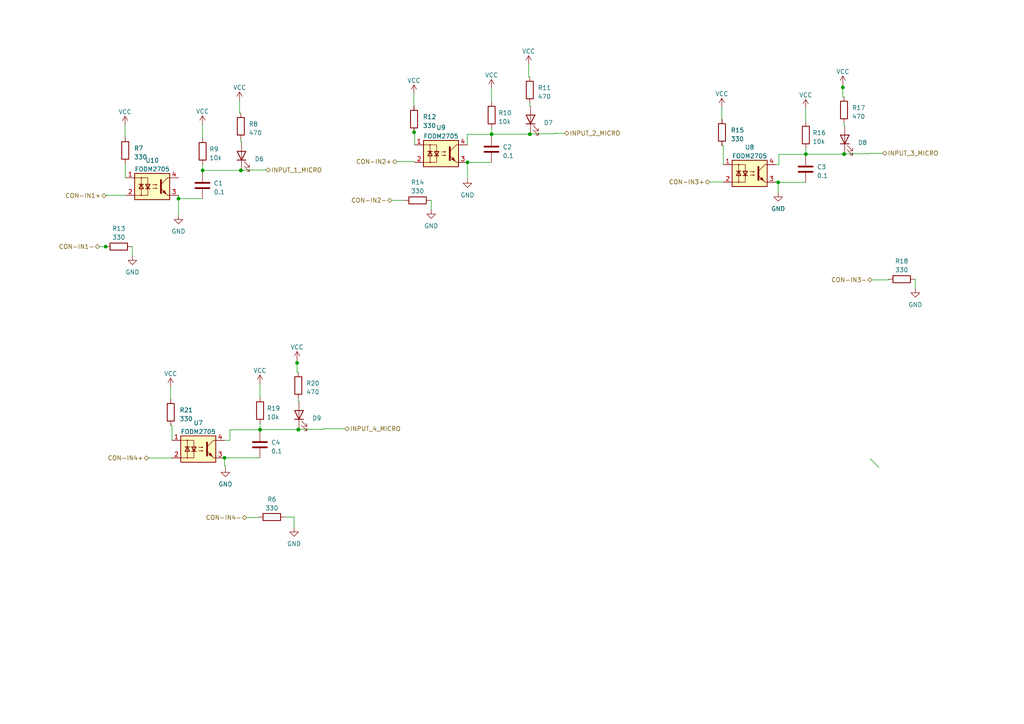
<source format=kicad_sch>
(kicad_sch (version 20230121) (generator eeschema)
  (paper "A4")
  (lib_symbols
    (symbol "Device:C" (pin_numbers hide) (pin_names (offset 0.254))
      (property "Reference" "C" (at 0.635 2.54 0))
      (property "Value" "C" (at 0.635 -2.54 0))
      (symbol "C_0_1"
        (polyline (pts (xy -2.032 -0.762) (xy 2.032 -0.762)) (stroke (width 0.508)))
        (polyline (pts (xy -2.032 0.762) (xy 2.032 0.762)) (stroke (width 0.508)))
      )
      (symbol "C_1_1"
        (pin passive line (at 0 3.81 270) (length 2.794) (name "~") (number "1"))
        (pin passive line (at 0 -3.81 90) (length 2.794) (name "~") (number "2"))
      )
    )
    (symbol "Device:LED" (pin_numbers hide) (pin_names (offset 1.016) hide)
      (property "Reference" "D" (at 0 2.54 0))
      (property "Value" "LED" (at 0 -2.54 0))
      (symbol "LED_0_1"
        (polyline (pts (xy -1.27 -1.27) (xy -1.27 1.27)) (stroke (width 0.254)))
        (polyline (pts (xy -1.27 0) (xy 1.27 0)))
        (polyline (pts (xy 1.27 -1.27) (xy 1.27 1.27) (xy -1.27 0) (xy 1.27 -1.27)) (stroke (width 0.254)))
        (polyline (pts (xy -3.048 -0.762) (xy -4.572 -2.286) (xy -3.81 -2.286) (xy -4.572 -2.286) (xy -4.572 -1.524)))
        (polyline (pts (xy -1.778 -0.762) (xy -3.302 -2.286) (xy -2.54 -2.286) (xy -3.302 -2.286) (xy -3.302 -1.524)))
      )
      (symbol "LED_1_1"
        (pin passive line (at -3.81 0 0) (length 2.54) (name "K") (number "1"))
        (pin passive line (at 3.81 0 180) (length 2.54) (name "A") (number "2"))
      )
    )
    (symbol "Device:R" (pin_numbers hide) (pin_names (offset 0))
      (property "Reference" "R" (at 2.032 0 90))
      (property "Value" "R" (at 0 0 90))
      (symbol "R_0_1"
        (rectangle (start -1.016 -2.54) (end 1.016 2.54) (stroke (width 0.254)))
      )
      (symbol "R_1_1"
        (pin passive line (at 0 3.81 270) (length 1.27) (name "~") (number "1"))
        (pin passive line (at 0 -3.81 90) (length 1.27) (name "~") (number "2"))
      )
    )
    (symbol "nuevos simvolos:FODM2705"
      (property "Reference" "U" (at 0 0 0))
      (property "Value" "FODM2705" (at 0 -1.8288 0))
      (symbol "FODM2705_0_1"
        (rectangle (start -5.1308 8.9408) (end 5.0292 1.3208) (stroke (width 0.254)) (fill (type background)))
        (circle (center -3.2258 2.5908) (radius 0.127))
        (circle (center -3.2258 7.6708) (radius 0.127))
        (polyline (pts (xy -3.8608 5.7658) (xy -2.5908 5.7658)) (stroke (width 0.254)))
        (polyline (pts (xy -3.2258 4.4958) (xy -3.2258 2.5908)))
        (polyline (pts (xy -3.2258 4.4958) (xy -3.2258 7.6708)))
        (polyline (pts (xy -1.9558 4.4958) (xy -0.6858 4.4958)) (stroke (width 0.254)))
        (polyline (pts (xy 2.4892 5.7658) (xy 4.3942 7.6708)))
        (polyline (pts (xy 4.3942 2.5908) (xy 2.4892 4.4958)) (fill (type outline)))
        (polyline (pts (xy 4.3942 2.5908) (xy 5.0292 2.5908)))
        (polyline (pts (xy 4.3942 7.6708) (xy 5.0292 7.6708)))
        (polyline (pts (xy -5.1308 7.6708) (xy -1.3208 7.6708) (xy -1.3208 4.4958)))
        (polyline (pts (xy -1.3208 4.4958) (xy -1.3208 2.5908) (xy -5.1308 2.5908)))
        (polyline (pts (xy 2.4892 7.0358) (xy 2.4892 3.2258) (xy 2.4892 3.2258)) (stroke (width 0.508)))
        (polyline (pts (xy -3.2258 5.7658) (xy -3.8608 4.4958) (xy -2.5908 4.4958) (xy -3.2258 5.7658)) (stroke (width 0.254)))
        (polyline (pts (xy -1.3208 4.4958) (xy -1.9558 5.7658) (xy -0.6858 5.7658) (xy -1.3208 4.4958)) (stroke (width 0.254)))
        (polyline (pts (xy 0.0762 4.6228) (xy 1.3462 4.6228) (xy 0.9652 4.4958) (xy 0.9652 4.7498) (xy 1.3462 4.6228)))
        (polyline (pts (xy 0.0762 5.6388) (xy 1.3462 5.6388) (xy 0.9652 5.5118) (xy 0.9652 5.7658) (xy 1.3462 5.6388)))
        (polyline (pts (xy 2.9972 3.4798) (xy 3.5052 3.9878) (xy 4.0132 2.9718) (xy 2.9972 3.4798) (xy 2.9972 3.4798)) (fill (type outline)))
      )
      (symbol "FODM2705_1_1"
        (pin passive line (at -7.6708 7.6708 0) (length 2.54) (name "~") (number "1"))
        (pin passive line (at -7.6708 2.5908 0) (length 2.54) (name "~") (number "2"))
        (pin passive line (at 7.5692 2.5908 180) (length 2.54) (name "~") (number "3"))
        (pin passive line (at 7.5692 7.6708 180) (length 2.54) (name "~") (number "4"))
      )
    )
    (symbol "power:GND" (power) (pin_names (offset 0))
      (property "Value" "GND" (at 0 -3.81 0))
      (symbol "GND_0_1"
        (polyline (pts (xy 0 0) (xy 0 -1.27) (xy 1.27 -1.27) (xy 0 -2.54) (xy -1.27 -1.27) (xy 0 -1.27)))
      )
      (symbol "GND_1_1"
        (pin power_in line (at 0 0 270) (length 0) hide (name "GND") (number "1"))
      )
    )
    (symbol "power:VCC" (power) (pin_names (offset 0))
      (property "Value" "VCC" (at 0 3.81 0))
      (symbol "VCC_0_1"
        (polyline (pts (xy -0.762 1.27) (xy 0 2.54)))
        (polyline (pts (xy 0 0) (xy 0 2.54)))
        (polyline (pts (xy 0 2.54) (xy 0.762 1.27)))
      )
      (symbol "VCC_1_1"
        (pin power_in line (at 0 0 90) (length 0) hide (name "VCC") (number "1"))
      )
    )
  )
  (junction (at 244.4496 25.3492))
  (junction (at 142.5956 38.9128))
  (junction (at 30.6324 71.5264))
  (junction (at 65.1256 132.7912))
  (junction (at 69.9008 49.4284))
  (junction (at 75.438 124.6124))
  (junction (at 86.5632 124.6124))
  (junction (at 86.5124 124.6124))
  (junction (at 58.7756 49.4284))
  (junction (at 69.85 49.4284))
  (junction (at 135.5852 47.0916))
  (junction (at 225.7044 52.8828))
  (junction (at 233.7308 44.704))
  (junction (at 51.7652 57.6072))
  (junction (at 153.7208 38.9128))
  (junction (at 244.8052 44.704))
  (junction (at 86.1568 105.2576))
  (junction (at 120.0912 38.354))
  (junction (at 153.67 38.9128))
  (junction (at 244.856 44.704))
  (bus_entry (at 252.4252 133.0452) (size 2.54 2.54))
  (wire (pts (xy 225.044 47.752) (xy 225.9076 47.752)))
  (wire (pts (xy 86.5632 124.1552) (xy 86.5632 124.6124)))
  (wire (pts (xy 153.67 38.8112) (xy 153.67 38.9128)))
  (wire (pts (xy 69.85 41.1988) (xy 69.85 40.4368)))
  (wire (pts (xy 135.5852 47.0916) (xy 135.5852 51.8668)))
  (wire (pts (xy 142.5956 38.9128) (xy 153.67 38.9128)))
  (wire (pts (xy 70.0532 41.1988) (xy 69.85 41.1988)))
  (wire (pts (xy 233.68 35.3568) (xy 233.7308 35.3568)))
  (wire (pts (xy 161.0868 38.6588) (xy 161.0868 38.7604)))
  (wire (pts (xy 66.7004 127.7112) (xy 66.7004 124.6632)))
  (wire (pts (xy 49.8856 127.7112) (xy 49.8856 123.3932)))
  (wire (pts (xy 209.3468 34.5948) (xy 209.3976 34.5948)))
  (wire (pts (xy 265.4808 80.9752) (xy 265.3284 80.9752)))
  (wire (pts (xy 69.9008 49.4284) (xy 69.85 49.4284)))
  (wire (pts (xy 135.5852 47.0408) (xy 135.5852 47.0916)))
  (wire (pts (xy 65.1256 135.128) (xy 65.3796 135.128)))
  (wire (pts (xy 120.2944 38.2524) (xy 120.2944 38.3032)))
  (wire (pts (xy 142.5448 39.4716) (xy 142.5956 39.4716)))
  (wire (pts (xy 66.7004 124.6632) (xy 75.4888 124.6632)))
  (wire (pts (xy 252.9332 81.1784) (xy 257.7084 81.1784)))
  (wire (pts (xy 75.438 124.6124) (xy 75.438 125.1712)))
  (wire (pts (xy 153.8732 30.6832) (xy 153.67 30.6832)))
  (wire (pts (xy 49.4792 112.2172) (xy 49.4792 115.7732)))
  (wire (pts (xy 36.2712 39.8272) (xy 36.322 39.8272)))
  (wire (pts (xy 65.1256 132.7912) (xy 65.1256 135.128)))
  (wire (pts (xy 93.9292 124.3584) (xy 100.0252 124.3584)))
  (wire (pts (xy 70.1548 49.4284) (xy 69.9008 49.4284)))
  (wire (pts (xy 233.7308 42.9768) (xy 233.7308 44.704)))
  (wire (pts (xy 153.8732 38.4556) (xy 153.7208 38.4556)))
  (wire (pts (xy 86.1568 108.0008) (xy 86.5124 108.0008)))
  (wire (pts (xy 153.67 30.6832) (xy 153.67 29.9212)))
  (wire (pts (xy 75.3872 125.1712) (xy 75.438 125.1712)))
  (wire (pts (xy 58.7756 49.4284) (xy 58.7756 49.9872)))
  (wire (pts (xy 265.4808 83.6676) (xy 265.4808 80.9752)))
  (wire (pts (xy 135.5344 42.0116) (xy 135.5344 38.9636)))
  (wire (pts (xy 225.7044 52.8828) (xy 225.7044 52.832)))
  (wire (pts (xy 69.85 49.3268) (xy 77.1652 49.3268)))
  (wire (pts (xy 51.7652 57.6072) (xy 58.7248 57.6072)))
  (wire (pts (xy 209.804 42.2148) (xy 209.3976 42.2148)))
  (wire (pts (xy 142.5448 29.5656) (xy 142.5956 29.5656)))
  (wire (pts (xy 93.9292 124.46) (xy 93.6244 124.46)))
  (wire (pts (xy 244.4496 24.5872) (xy 244.4496 25.3492)))
  (wire (pts (xy 245.0084 36.4744) (xy 245.0084 36.6268)))
  (wire (pts (xy 65.1256 127.7112) (xy 66.7004 127.7112)))
  (wire (pts (xy 233.7308 44.704) (xy 244.8052 44.704)))
  (wire (pts (xy 233.68 31.3944) (xy 233.68 35.3568)))
  (wire (pts (xy 86.1568 105.2576) (xy 86.2584 105.2576)))
  (wire (pts (xy 205.8416 52.7812) (xy 209.804 52.7812)))
  (wire (pts (xy 163.7284 38.6588) (xy 161.0868 38.6588)))
  (wire (pts (xy 69.4944 32.8168) (xy 69.85 32.8168)))
  (wire (pts (xy 252.222 44.45) (xy 255.9812 44.45)))
  (wire (pts (xy 252.222 44.45) (xy 252.222 44.5516)))
  (wire (pts (xy 225.7044 52.832) (xy 225.044 52.832)))
  (wire (pts (xy 36.322 51.562) (xy 36.5252 51.562)))
  (wire (pts (xy 153.3144 22.3012) (xy 153.67 22.3012)))
  (wire (pts (xy 244.8052 44.6024) (xy 244.8052 44.704)))
  (wire (pts (xy 225.9076 44.7548) (xy 233.7816 44.7548)))
  (wire (pts (xy 93.9292 124.3584) (xy 93.9292 124.46)))
  (wire (pts (xy 30.7848 56.642) (xy 30.7848 56.6928)))
  (wire (pts (xy 38.4048 74.2188) (xy 38.4048 71.5264)))
  (wire (pts (xy 65.1256 132.7912) (xy 75.3872 132.7912)))
  (wire (pts (xy 69.85 49.3268) (xy 69.85 49.4284)))
  (wire (pts (xy 51.7652 57.6072) (xy 51.7652 62.3824)))
  (wire (pts (xy 86.7156 116.3828) (xy 86.7156 116.5352)))
  (wire (pts (xy 120.2944 46.8884) (xy 120.2944 47.0916)))
  (wire (pts (xy 244.8052 44.6024) (xy 252.1204 44.6024)))
  (wire (pts (xy 120.0404 30.734) (xy 120.0912 30.734)))
  (wire (pts (xy 115.1128 46.8884) (xy 120.2944 46.8884)))
  (wire (pts (xy 75.438 122.8852) (xy 75.438 124.6124)))
  (wire (pts (xy 252.222 44.5516) (xy 251.9172 44.5516)))
  (wire (pts (xy 244.4496 25.3492) (xy 244.4496 28.0924)))
  (wire (pts (xy 225.7044 55.8292) (xy 225.7044 52.8828)))
  (wire (pts (xy 233.68 45.2628) (xy 233.7308 45.2628)))
  (wire (pts (xy 70.0532 48.9712) (xy 69.9008 48.9712)))
  (wire (pts (xy 30.6324 71.5264) (xy 30.6832 71.5264)))
  (wire (pts (xy 244.4496 25.3492) (xy 244.5512 25.3492)))
  (wire (pts (xy 153.9748 38.9128) (xy 153.7208 38.9128)))
  (wire (pts (xy 36.2712 36.2712) (xy 36.2712 39.8272)))
  (wire (pts (xy 86.7156 124.1552) (xy 86.5632 124.1552)))
  (wire (pts (xy 58.7756 49.4284) (xy 69.85 49.4284)))
  (wire (pts (xy 86.5124 124.5108) (xy 86.5124 124.6124)))
  (wire (pts (xy 244.856 44.704) (xy 244.8052 44.704)))
  (wire (pts (xy 49.8856 123.3932) (xy 49.53 123.3932)))
  (wire (pts (xy 233.7308 44.704) (xy 233.7308 45.2628)))
  (wire (pts (xy 86.5124 116.3828) (xy 86.5124 115.6208)))
  (wire (pts (xy 153.3144 18.6944) (xy 153.3144 22.3012)))
  (wire (pts (xy 49.4792 115.7732) (xy 49.53 115.7732)))
  (wire (pts (xy 125.0696 58.1152) (xy 124.9172 58.1152)))
  (wire (pts (xy 120.2944 42.0116) (xy 120.2944 38.354)))
  (wire (pts (xy 153.7208 38.9128) (xy 153.67 38.9128)))
  (wire (pts (xy 86.1568 105.2576) (xy 86.1568 108.0008)))
  (wire (pts (xy 125.0696 60.8076) (xy 125.0696 58.1152)))
  (wire (pts (xy 86.8172 124.6124) (xy 86.5632 124.6124)))
  (wire (pts (xy 86.5632 124.6124) (xy 86.5124 124.6124)))
  (wire (pts (xy 65.0748 132.7912) (xy 65.1256 132.7912)))
  (wire (pts (xy 120.0912 38.3032) (xy 120.0912 38.354)))
  (wire (pts (xy 51.7652 56.642) (xy 51.7652 57.6072)))
  (wire (pts (xy 71.5264 150.114) (xy 75.0316 150.114)))
  (wire (pts (xy 69.4944 29.21) (xy 69.4944 32.8168)))
  (wire (pts (xy 225.7044 52.8828) (xy 233.68 52.8828)))
  (wire (pts (xy 86.7156 116.3828) (xy 86.5124 116.3828)))
  (wire (pts (xy 135.5344 38.9636) (xy 142.6464 38.9636)))
  (wire (pts (xy 58.7248 36.1188) (xy 58.7248 40.0812)))
  (wire (pts (xy 49.8856 132.842) (xy 49.8856 132.7912)))
  (wire (pts (xy 120.2944 38.354) (xy 120.0912 38.354)))
  (wire (pts (xy 245.11 44.704) (xy 244.856 44.704)))
  (wire (pts (xy 86.1568 104.4956) (xy 86.1568 105.2576)))
  (wire (pts (xy 209.3468 31.0388) (xy 209.3468 34.5948)))
  (wire (pts (xy 58.7248 49.9872) (xy 58.7756 49.9872)))
  (wire (pts (xy 69.9008 48.9712) (xy 69.9008 49.4284)))
  (wire (pts (xy 58.7756 47.7012) (xy 58.7756 49.4284)))
  (wire (pts (xy 58.7248 40.0812) (xy 58.7756 40.0812)))
  (wire (pts (xy 86.5124 124.5108) (xy 93.8276 124.5108)))
  (wire (pts (xy 209.804 52.7812) (xy 209.804 52.832)))
  (wire (pts (xy 257.7084 81.1784) (xy 257.7084 80.9752)))
  (wire (pts (xy 245.0084 44.2468) (xy 244.856 44.2468)))
  (wire (pts (xy 209.804 47.752) (xy 209.804 42.2148)))
  (wire (pts (xy 28.9052 71.5264) (xy 30.6324 71.5264)))
  (wire (pts (xy 120.0404 27.178) (xy 120.0404 30.734)))
  (wire (pts (xy 245.0084 36.4744) (xy 244.8052 36.4744)))
  (wire (pts (xy 75.0316 150.114) (xy 75.0316 149.9616)))
  (wire (pts (xy 153.67 38.8112) (xy 160.9852 38.8112)))
  (wire (pts (xy 153.8732 30.6832) (xy 153.8732 30.8356)))
  (wire (pts (xy 65.3796 135.128) (xy 65.3796 135.7376)))
  (wire (pts (xy 142.5956 38.9128) (xy 142.5956 39.4716)))
  (wire (pts (xy 225.9076 47.752) (xy 225.9076 44.7548)))
  (wire (pts (xy 36.322 47.4472) (xy 36.322 51.562)))
  (wire (pts (xy 36.5252 56.642) (xy 30.7848 56.642)))
  (wire (pts (xy 135.5852 47.0916) (xy 142.5448 47.0916)))
  (wire (pts (xy 161.0868 38.7604) (xy 160.782 38.7604)))
  (wire (pts (xy 244.4496 28.0924) (xy 244.8052 28.0924)))
  (wire (pts (xy 75.3872 111.3028) (xy 75.3872 115.2652)))
  (wire (pts (xy 142.5448 25.6032) (xy 142.5448 29.5656)))
  (wire (pts (xy 75.3872 115.2652) (xy 75.438 115.2652)))
  (wire (pts (xy 113.6904 58.1152) (xy 117.2972 58.1152)))
  (wire (pts (xy 75.438 124.6124) (xy 86.5124 124.6124)))
  (wire (pts (xy 244.8052 36.4744) (xy 244.8052 35.7124)))
  (wire (pts (xy 85.2932 149.9616) (xy 85.2932 153.0096)))
  (wire (pts (xy 120.2944 38.3032) (xy 120.0912 38.3032)))
  (wire (pts (xy 142.5956 37.1856) (xy 142.5956 38.9128)))
  (wire (pts (xy 244.856 44.2468) (xy 244.856 44.704)))
  (wire (pts (xy 70.0532 41.1988) (xy 70.0532 41.3512)))
  (wire (pts (xy 82.6516 149.9616) (xy 85.2932 149.9616)))
  (wire (pts (xy 153.7208 38.4556) (xy 153.7208 38.9128)))
  (wire (pts (xy 38.4048 71.5264) (xy 38.2524 71.5264)))
  (wire (pts (xy 43.0784 132.842) (xy 49.8856 132.842)))
  (hierarchical_label "CON-IN3+" (shape bidirectional) (at 205.8416 52.7812 180))
  (hierarchical_label "CON-IN4-" (shape bidirectional) (at 71.5264 150.114 180))
  (hierarchical_label "CON-IN1+" (shape bidirectional) (at 30.7848 56.7436 180))
  (hierarchical_label "CON-IN2-" (shape bidirectional) (at 113.6904 58.1152 180))
  (hierarchical_label "INPUT_4_MICRO" (shape bidirectional) (at 100.0252 124.3584 0))
  (hierarchical_label "CON-IN4+" (shape bidirectional) (at 43.0784 132.842 180))
  (hierarchical_label "CON-IN3-" (shape bidirectional) (at 252.9332 81.1784 180))
  (hierarchical_label "INPUT_1_MICRO" (shape bidirectional) (at 77.1652 49.3268 0))
  (hierarchical_label "CON-IN2+" (shape bidirectional) (at 115.1128 46.8884 180))
  (hierarchical_label "CON-IN1-" (shape bidirectional) (at 28.9052 71.5264 180))
  (hierarchical_label "INPUT_3_MICRO" (shape bidirectional) (at 255.9812 44.45 0))
  (hierarchical_label "INPUT_2_MICRO" (shape bidirectional) (at 163.7284 38.6588 0))
  (symbol (lib_id "Device:R") (at 36.322 43.6372 0) (unit 1)
    (property "Reference" "R7" (at 38.862 43.0022 0) (effects (justify left)))
    (property "Value" "330" (at 38.862 45.5422 0) (effects (justify left)))
  )
  (symbol (lib_id "Device:C") (at 142.5448 43.2816 0) (unit 1)
    (property "Reference" "C2" (at 145.796 42.6466 0) (effects (justify left)))
    (property "Value" "0.1" (at 145.796 45.1866 0) (effects (justify left)))
  )
  (symbol (lib_id "power:VCC") (at 75.3872 111.3028 0) (unit 1)
    (property "Reference" "#PWR029" (effects hide))
    (property "Value" "VCC" (at 75.3872 107.4928 0))
  )
  (symbol (lib_id "Device:R") (at 261.5184 80.9752 90) (unit 1)
    (property "Reference" "R18" (at 261.5184 75.7428 90))
    (property "Value" "330" (at 261.5184 78.2828 90))
  )
  (symbol (lib_id "Device:LED") (at 245.0084 40.4368 90) (unit 1)
    (property "Reference" "D8" (at 248.8184 41.3893 90) (effects (justify right)))
    (property "Value" "LED" (effects hide))
  )
  (symbol (lib_id "power:GND") (at 65.3796 135.7376 0) (unit 1)
    (property "Reference" "#PWR028" (effects hide))
    (property "Value" "GND" (at 65.3796 140.462 0))
  )
  (symbol (lib_id "power:GND") (at 135.5852 51.8668 0) (unit 1)
    (property "Reference" "#PWR017" (effects hide))
    (property "Value" "GND" (at 135.5852 56.5912 0))
  )
  (symbol (lib_id "power:GND") (at 225.7044 55.8292 0) (unit 1)
    (property "Reference" "#PWR024" (effects hide))
    (property "Value" "GND" (at 225.7044 60.5536 0))
  )
  (symbol (lib_id "power:VCC") (at 244.4496 24.5872 0) (unit 1)
    (property "Reference" "#PWR026" (effects hide))
    (property "Value" "VCC" (at 244.4496 20.7772 0))
  )
  (symbol (lib_id "Device:R") (at 233.7308 39.1668 0) (unit 1)
    (property "Reference" "R16" (at 235.6612 38.5318 0) (effects (justify left)))
    (property "Value" "10k" (at 235.6612 41.0718 0) (effects (justify left)))
  )
  (symbol (lib_id "Device:LED") (at 70.0532 45.1612 90) (unit 1)
    (property "Reference" "D6" (at 73.8632 46.1137 90) (effects (justify right)))
    (property "Value" "LED" (effects hide))
  )
  (symbol (lib_id "Device:R") (at 69.85 36.6268 0) (unit 1)
    (property "Reference" "R8" (at 72.136 35.9918 0) (effects (justify left)))
    (property "Value" "470" (at 72.136 38.5318 0) (effects (justify left)))
  )
  (symbol (lib_id "power:VCC") (at 153.3144 18.6944 0) (unit 1)
    (property "Reference" "#PWR019" (effects hide))
    (property "Value" "VCC" (at 153.3144 14.8844 0))
  )
  (symbol (lib_id "power:VCC") (at 120.0404 27.178 0) (unit 1)
    (property "Reference" "#PWR020" (effects hide))
    (property "Value" "VCC" (at 120.0404 23.368 0))
  )
  (symbol (lib_id "Device:C") (at 75.3872 128.9812 0) (unit 1)
    (property "Reference" "C4" (at 78.6384 128.3462 0) (effects (justify left)))
    (property "Value" "0.1" (at 78.6384 130.8862 0) (effects (justify left)))
  )
  (symbol (lib_id "power:VCC") (at 86.1568 104.4956 0) (unit 1)
    (property "Reference" "#PWR030" (effects hide))
    (property "Value" "VCC" (at 86.1568 100.6856 0))
  )
  (symbol (lib_id "power:GND") (at 265.4808 83.6676 0) (unit 1)
    (property "Reference" "#PWR027" (effects hide))
    (property "Value" "GND" (at 265.4808 88.392 0))
  )
  (symbol (lib_id "power:VCC") (at 49.4792 112.2172 0) (unit 1)
    (property "Reference" "#PWR031" (effects hide))
    (property "Value" "VCC" (at 49.4792 108.4072 0))
  )
  (symbol (lib_id "Device:LED") (at 86.7156 120.3452 90) (unit 1)
    (property "Reference" "D9" (at 90.5256 121.2977 90) (effects (justify right)))
    (property "Value" "LED" (effects hide))
  )
  (symbol (lib_id "Device:R") (at 209.3976 38.4048 0) (unit 1)
    (property "Reference" "R15" (at 211.9376 37.7698 0) (effects (justify left)))
    (property "Value" "330" (at 211.9376 40.3098 0) (effects (justify left)))
  )
  (symbol (lib_id "Device:LED") (at 153.8732 34.6456 90) (unit 1)
    (property "Reference" "D7" (at 157.6832 35.5981 90) (effects (justify right)))
    (property "Value" "LED" (effects hide))
  )
  (symbol (lib_id "power:VCC") (at 36.2712 36.2712 0) (unit 1)
    (property "Reference" "#PWR013" (effects hide))
    (property "Value" "VCC" (at 36.2712 32.4612 0))
  )
  (symbol (lib_id "Device:R") (at 58.7756 43.8912 0) (unit 1)
    (property "Reference" "R9" (at 60.706 43.2562 0) (effects (justify left)))
    (property "Value" "10k" (at 60.706 45.7962 0) (effects (justify left)))
  )
  (symbol (lib_id "power:GND") (at 38.4048 74.2188 0) (unit 1)
    (property "Reference" "#PWR021" (effects hide))
    (property "Value" "GND" (at 38.4048 78.9432 0))
  )
  (symbol (lib_id "nuevos simvolos:FODM2705") (at 44.196 59.2328 0) (unit 1)
    (property "Reference" "U10" (at 44.1452 46.5328 0))
    (property "Value" "FODM2705" (at 44.1452 49.0728 0))
    (property "Footprint" "nuevo simbolo:FODM2705" (effects hide))
    (property "Datasheet" "https://pdf1.alldatasheet.com/datasheet-pdf/view/176509/FAIRCHILD/FODM2705.html" (effects hide))
  )
  (symbol (lib_id "power:VCC") (at 142.5448 25.6032 0) (unit 1)
    (property "Reference" "#PWR018" (effects hide))
    (property "Value" "VCC" (at 142.5448 21.7932 0))
  )
  (symbol (lib_id "Device:R") (at 86.5124 111.8108 0) (unit 1)
    (property "Reference" "R20" (at 88.7984 111.1758 0) (effects (justify left)))
    (property "Value" "470" (at 88.7984 113.7158 0) (effects (justify left)))
  )
  (symbol (lib_id "Device:R") (at 120.0912 34.544 0) (unit 1)
    (property "Reference" "R12" (at 122.6312 33.909 0) (effects (justify left)))
    (property "Value" "330" (at 122.6312 36.449 0) (effects (justify left)))
  )
  (symbol (lib_id "power:GND") (at 85.2932 153.0096 0) (unit 1)
    (property "Reference" "#PWR011" (effects hide))
    (property "Value" "GND" (at 85.2932 157.734 0))
  )
  (symbol (lib_id "power:VCC") (at 209.3468 31.0388 0) (unit 1)
    (property "Reference" "#PWR023" (effects hide))
    (property "Value" "VCC" (at 209.3468 27.2288 0))
  )
  (symbol (lib_id "Device:R") (at 75.438 119.0752 0) (unit 1)
    (property "Reference" "R19" (at 77.3684 118.4402 0) (effects (justify left)))
    (property "Value" "10k" (at 77.3684 120.9802 0) (effects (justify left)))
  )
  (symbol (lib_id "power:VCC") (at 233.68 31.3944 0) (unit 1)
    (property "Reference" "#PWR025" (effects hide))
    (property "Value" "VCC" (at 233.68 27.5844 0))
  )
  (symbol (lib_id "power:VCC") (at 69.4944 29.21 0) (unit 1)
    (property "Reference" "#PWR016" (effects hide))
    (property "Value" "VCC" (at 69.4944 25.4 0))
  )
  (symbol (lib_id "power:GND") (at 51.7652 62.3824 0) (unit 1)
    (property "Reference" "#PWR014" (effects hide))
    (property "Value" "GND" (at 51.7652 67.1068 0))
  )
  (symbol (lib_id "Device:R") (at 142.5956 33.3756 0) (unit 1)
    (property "Reference" "R10" (at 144.526 32.7406 0) (effects (justify left)))
    (property "Value" "10k" (at 144.526 35.2806 0) (effects (justify left)))
  )
  (symbol (lib_id "Device:R") (at 244.8052 31.9024 0) (unit 1)
    (property "Reference" "R17" (at 247.0912 31.2674 0) (effects (justify left)))
    (property "Value" "470" (at 247.0912 33.8074 0) (effects (justify left)))
  )
  (symbol (lib_id "power:GND") (at 125.0696 60.8076 0) (unit 1)
    (property "Reference" "#PWR022" (effects hide))
    (property "Value" "GND" (at 125.0696 65.532 0))
  )
  (symbol (lib_id "power:VCC") (at 58.7248 36.1188 0) (unit 1)
    (property "Reference" "#PWR015" (effects hide))
    (property "Value" "VCC" (at 58.7248 32.3088 0))
  )
  (symbol (lib_id "Device:R") (at 121.1072 58.1152 90) (unit 1)
    (property "Reference" "R14" (at 121.1072 52.8828 90))
    (property "Value" "330" (at 121.1072 55.4228 90))
  )
  (symbol (lib_id "nuevos simvolos:FODM2705") (at 57.5564 135.382 0) (unit 1)
    (property "Reference" "U7" (at 57.5056 122.682 0))
    (property "Value" "FODM2705" (at 57.5056 125.222 0))
    (property "Footprint" "nuevo simbolo:FODM2705" (effects hide))
    (property "Datasheet" "https://pdf1.alldatasheet.com/datasheet-pdf/view/176509/FAIRCHILD/FODM2705.html" (effects hide))
  )
  (symbol (lib_id "Device:C") (at 58.7248 53.7972 0) (unit 1)
    (property "Reference" "C1" (at 61.976 53.1622 0) (effects (justify left)))
    (property "Value" "0.1" (at 61.976 55.7022 0) (effects (justify left)))
  )
  (symbol (lib_id "Device:R") (at 78.8416 149.9616 90) (unit 1)
    (property "Reference" "R6" (at 78.8416 144.8308 90))
    (property "Value" "330" (at 78.8416 147.3708 90))
  )
  (symbol (lib_id "Device:R") (at 34.4424 71.5264 90) (unit 1)
    (property "Reference" "R13" (at 34.4424 66.294 90))
    (property "Value" "330" (at 34.4424 68.834 90))
  )
  (symbol (lib_id "nuevos simvolos:FODM2705") (at 217.4748 55.4228 0) (unit 1)
    (property "Reference" "U8" (at 217.424 42.7228 0))
    (property "Value" "FODM2705" (at 217.424 45.2628 0))
    (property "Footprint" "nuevo simbolo:FODM2705" (effects hide))
    (property "Datasheet" "https://pdf1.alldatasheet.com/datasheet-pdf/view/176509/FAIRCHILD/FODM2705.html" (effects hide))
  )
  (symbol (lib_id "nuevos simvolos:FODM2705") (at 127.9652 49.6824 0) (unit 1)
    (property "Reference" "U9" (at 127.9144 36.9824 0))
    (property "Value" "FODM2705" (at 127.9144 39.5224 0))
    (property "Footprint" "nuevo simbolo:FODM2705" (effects hide))
    (property "Datasheet" "https://pdf1.alldatasheet.com/datasheet-pdf/view/176509/FAIRCHILD/FODM2705.html" (effects hide))
  )
  (symbol (lib_id "Device:R") (at 49.53 119.5832 0) (unit 1)
    (property "Reference" "R21" (at 52.07 118.9482 0) (effects (justify left)))
    (property "Value" "330" (at 52.07 121.4882 0) (effects (justify left)))
  )
  (symbol (lib_id "Device:C") (at 233.68 49.0728 0) (unit 1)
    (property "Reference" "C3" (at 236.9312 48.4378 0) (effects (justify left)))
    (property "Value" "0.1" (at 236.9312 50.9778 0) (effects (justify left)))
  )
  (symbol (lib_id "Device:R") (at 153.67 26.1112 0) (unit 1)
    (property "Reference" "R11" (at 155.956 25.4762 0) (effects (justify left)))
    (property "Value" "470" (at 155.956 28.0162 0) (effects (justify left)))
  )
)
</source>
